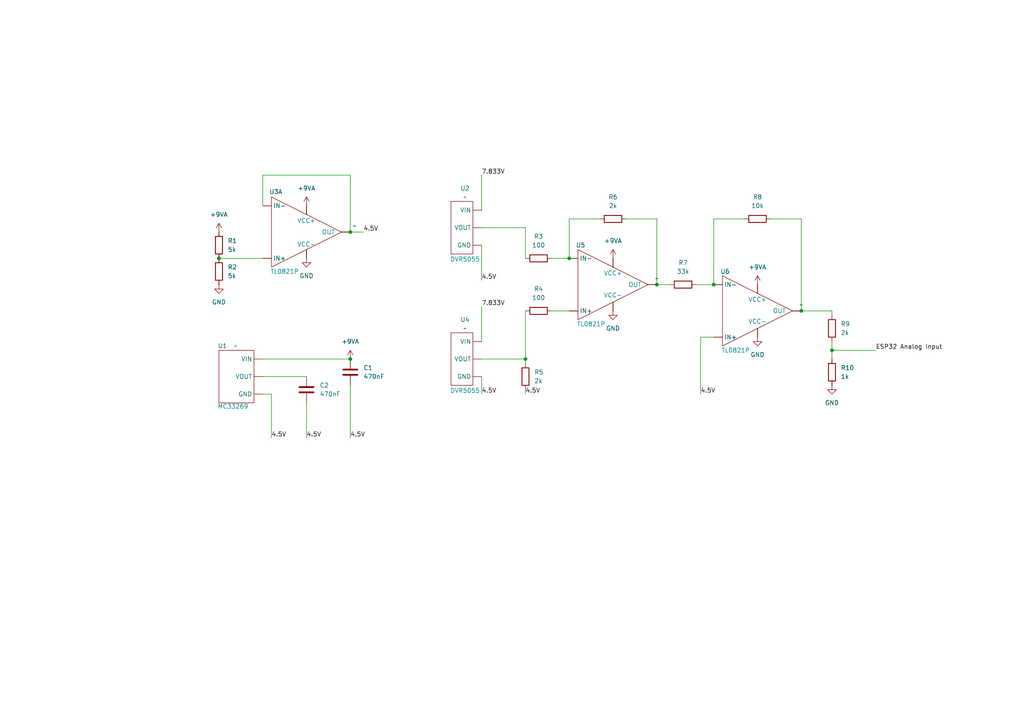
<source format=kicad_sch>
(kicad_sch (version 20231120) (generator "eeschema") (generator_version "8.0")
  (paper "A4")
  (title_block (title "Hall Effect Circuit") (date "2025-07-04") (rev "1"))
  (lib_symbols
    (symbol "DVR5055_1"
      (property "Reference" "U" (at -3.302 8.636 0))
      (symbol "DVR5055_1_0_1"
        (rectangle (start -3.81 7.62) (end 2.54 -7.62))
      )
      (symbol "DVR5055_1_1_1"
        (text "DVR5055" (at 0.254 -9.144 0) (effects (font (size 1.27 1.27))))
        (pin input line (at 5.08 -5.08 180) (length 2.54) (name "GND") (number ""))
        (pin input line (at 5.08 5.08 180) (length 2.54) (name "VIN") (number ""))
        (pin output line (at 5.08 0 180) (length 2.54) (name "VOUT") (number ""))
      )
    )
    (symbol "Device:C" (pin_numbers hide) (pin_names (offset 0.254))
      (property "Reference" "C" (at 0.635 2.54 0))
      (property "Value" "C" (at 0.635 -2.54 0))
      (symbol "C_0_1"
        (polyline (pts (xy -2.032 -0.762) (xy 2.032 -0.762)) (stroke (width 0.508)))
        (polyline (pts (xy -2.032 0.762) (xy 2.032 0.762)) (stroke (width 0.508)))
      )
      (symbol "C_1_1"
        (pin passive line (at 0 3.81 270) (length 2.794) (name "~") (number "1"))
        (pin passive line (at 0 -3.81 90) (length 2.794) (name "~") (number "2"))
      )
    )
    (symbol "Device:R" (pin_numbers hide) (pin_names (offset 0))
      (property "Reference" "R" (at 2.032 0 90))
      (property "Value" "R" (at 0 0 90))
      (symbol "R_0_1"
        (rectangle (start -1.016 -2.54) (end 1.016 2.54) (stroke (width 0.254)))
      )
      (symbol "R_1_1"
        (pin passive line (at 0 3.81 270) (length 1.27) (name "~") (number "1"))
        (pin passive line (at 0 -3.81 90) (length 1.27) (name "~") (number "2"))
      )
    )
    (symbol "Lab_Devices:MC33269"
      (property "Reference" "U" (at -2.54 0 0))
      (symbol "MC33269_0_1"
        (rectangle (start -5.08 7.62) (end 5.08 -7.62))
      )
      (symbol "MC33269_1_1"
        (text "MC33269" (at -1.016 -8.636 0) (effects (font (size 1.27 1.27))))
        (pin input line (at 7.62 -5.08 180) (length 2.54) (name "GND") (number ""))
        (pin input line (at 7.62 5.08 180) (length 2.54) (name "VIN") (number ""))
        (pin output line (at 7.62 0 180) (length 2.54) (name "VOUT") (number ""))
      )
    )
    (symbol "Lab_Devices:TL0821P"
      (property "Reference" "U" (at -8.89 0 0))
      (symbol "TL0821P_0_1"
        (polyline (pts (xy -10.16 10.16) (xy 10.16 0) (xy -10.16 -10.16) (xy -10.16 10.16)))
        (text "OUT" (at 6.35 0 0) (effects (font (size 1.27 1.27))))
        (text "TL0821P" (at -6.35 -11.43 0) (effects (font (size 1.27 1.27))))
        (text "VCC+" (at 0 3.302 0) (effects (font (size 1.27 1.27))))
        (text "VCC-" (at 0 -3.048 0) (effects (font (size 1.27 1.27))))
      )
      (symbol "TL0821P_1_1"
        (pin input line (at 0 -7.62 90) (length 2.54) (name "") (number ""))
        (pin input line (at 0 7.62 270) (length 2.54) (name "") (number ""))
        (pin output line (at 12.7 0 180) (length 2.54) (name "") (number ""))
        (pin input line (at -12.7 -7.62 0) (length 2.54) (name "IN+") (number ""))
        (pin input line (at -12.7 7.62 0) (length 2.54) (name "IN-") (number ""))
      )
    )
    (symbol "TL0821P_1"
      (property "Reference" "U" (at -8.89 0 0))
      (symbol "TL0821P_1_0_1"
        (polyline (pts (xy -10.16 10.16) (xy 10.16 0) (xy -10.16 -10.16) (xy -10.16 10.16)))
        (text "OUT" (at 6.35 0 0) (effects (font (size 1.27 1.27))))
        (text "TL0821P" (at -6.35 -11.43 0) (effects (font (size 1.27 1.27))))
        (text "VCC+" (at 0 3.302 0) (effects (font (size 1.27 1.27))))
        (text "VCC-" (at 0 -3.556 0) (effects (font (size 1.27 1.27))))
      )
      (symbol "TL0821P_1_1_1"
        (pin input line (at 0 -7.62 90) (length 2.54) (name "") (number ""))
        (pin input line (at 0 7.62 270) (length 2.54) (name "") (number ""))
        (pin output line (at 12.7 0 180) (length 2.54) (name "") (number ""))
        (pin input line (at -12.7 -7.62 0) (length 2.54) (name "IN+") (number ""))
        (pin input line (at -12.7 7.62 0) (length 2.54) (name "IN-") (number ""))
      )
      (symbol "TL0821P_1_2_1"
        (pin output line (at 12.7 0 180) (length 2.54) (name "") (number "-UB"))
        (pin input line (at -12.7 -7.62 0) (length 2.54) (name "IN+") (number "1-UB"))
        (pin input line (at 0 -7.62 90) (length 2.54) (name "") (number "4-UB"))
        (pin input line (at 0 7.62 270) (length 2.54) (name "") (number "8-UB"))
      )
    )
    (symbol "power:+9VA" (power) (pin_numbers hide) (pin_names (offset 0) hide)
      (property "Value" "+9VA" (at 0 3.556 0))
      (symbol "+9VA_0_1"
        (polyline (pts (xy -0.762 1.27) (xy 0 2.54)))
        (polyline (pts (xy 0 0) (xy 0 2.54)))
        (polyline (pts (xy 0 2.54) (xy 0.762 1.27)))
      )
      (symbol "+9VA_1_1"
        (pin power_in line (at 0 0 90) (length 0) (name "~") (number "1"))
      )
    )
    (symbol "power:GND" (power) (pin_numbers hide) (pin_names (offset 0) hide)
      (property "Value" "GND" (at 0 -3.81 0))
      (symbol "GND_0_1"
        (polyline (pts (xy 0 0) (xy 0 -1.27) (xy 1.27 -1.27) (xy 0 -2.54) (xy -1.27 -1.27) (xy 0 -1.27)))
      )
      (symbol "GND_1_1"
        (pin power_in line (at 0 0 270) (length 0) (name "~") (number "1"))
      )
    )
  )
  (junction (at 207.01 82.55))
  (junction (at 241.3 101.6))
  (junction (at 152.4 104.14))
  (junction (at 190.5 82.55))
  (junction (at 232.41 90.17))
  (junction (at 101.6 104.14))
  (junction (at 165.1 74.93))
  (junction (at 101.6 67.31))
  (junction (at 63.5 74.93))
  (wire (pts (xy 101.6 50.8) (xy 101.6 67.31)))
  (wire (pts (xy 88.9 116.84) (xy 88.9 127)))
  (wire (pts (xy 139.7 71.12) (xy 139.7 81.28)))
  (wire (pts (xy 101.6 111.76) (xy 101.6 127)))
  (wire (pts (xy 190.5 82.55) (xy 194.31 82.55)))
  (wire (pts (xy 152.4 104.14) (xy 152.4 90.17)))
  (wire (pts (xy 78.74 114.3) (xy 78.74 127)))
  (wire (pts (xy 223.52 63.5) (xy 232.41 63.5)))
  (wire (pts (xy 181.61 63.5) (xy 190.5 63.5)))
  (wire (pts (xy 76.2 59.69) (xy 76.2 50.8)))
  (wire (pts (xy 241.3 90.17) (xy 241.3 91.44)))
  (wire (pts (xy 76.2 104.14) (xy 101.6 104.14)))
  (wire (pts (xy 241.3 101.6) (xy 254 101.6)))
  (wire (pts (xy 139.7 109.22) (xy 139.7 114.3)))
  (wire (pts (xy 139.7 88.9) (xy 139.7 99.06)))
  (wire (pts (xy 165.1 63.5) (xy 173.99 63.5)))
  (wire (pts (xy 203.2 97.79) (xy 207.01 97.79)))
  (wire (pts (xy 152.4 66.04) (xy 152.4 74.93)))
  (wire (pts (xy 165.1 74.93) (xy 165.1 63.5)))
  (wire (pts (xy 63.5 74.93) (xy 76.2 74.93)))
  (wire (pts (xy 160.02 74.93) (xy 165.1 74.93)))
  (wire (pts (xy 139.7 50.8) (xy 139.7 60.96)))
  (wire (pts (xy 190.5 63.5) (xy 190.5 82.55)))
  (wire (pts (xy 76.2 50.8) (xy 101.6 50.8)))
  (wire (pts (xy 139.7 104.14) (xy 152.4 104.14)))
  (wire (pts (xy 101.6 67.31) (xy 105.41 67.31)))
  (wire (pts (xy 152.4 113.03) (xy 152.4 114.3)))
  (wire (pts (xy 152.4 104.14) (xy 152.4 105.41)))
  (wire (pts (xy 139.7 66.04) (xy 152.4 66.04)))
  (wire (pts (xy 241.3 101.6) (xy 241.3 104.14)))
  (wire (pts (xy 241.3 99.06) (xy 241.3 101.6)))
  (wire (pts (xy 232.41 90.17) (xy 241.3 90.17)))
  (wire (pts (xy 207.01 82.55) (xy 207.01 63.5)))
  (wire (pts (xy 160.02 90.17) (xy 165.1 90.17)))
  (wire (pts (xy 232.41 63.5) (xy 232.41 90.17)))
  (wire (pts (xy 203.2 114.3) (xy 203.2 97.79)))
  (wire (pts (xy 76.2 114.3) (xy 78.74 114.3)))
  (wire (pts (xy 207.01 63.5) (xy 215.9 63.5)))
  (wire (pts (xy 76.2 109.22) (xy 88.9 109.22)))
  (wire (pts (xy 201.93 82.55) (xy 207.01 82.55)))
  (label "7.833V" (at 139.7 88.9 0))
  (label "4.5V" (at 139.7 81.28 0))
  (label "4.5V" (at 152.4 114.3 0))
  (label "7.833V" (at 139.7 50.8 0))
  (label "4.5V" (at 139.7 114.3 0))
  (label "4.5V" (at 105.41 67.31 0))
  (label "4.5V" (at 88.9 127 0))
  (label "4.5V" (at 203.2 114.3 0))
  (label "ESP32 Analog Input" (at 254 101.6 0))
  (label "4.5V" (at 101.6 127 0))
  (label "4.5V" (at 78.74 127 0))
  (symbol (lib_id "power:+9VA") (at 88.9 59.69 0) (unit 1)
    (property "Reference" "#PWR03" (effects (hide yes)))
    (property "Value" "+9VA" (at 88.9 54.61 0))
    (property "Description" "Power symbol creates a global label with name \"+9VA\"" (effects (hide yes)))
  )
  (symbol (lib_id "Device:R") (at 241.3 107.95 180) (unit 1)
    (property "Reference" "R10" (at 243.84 106.6799 0) (effects (justify right)))
    (property "Value" "1k" (at 243.84 109.2199 0) (effects (justify right)))
    (property "Description" "Resistor" (effects (hide yes)))
  )
  (symbol (lib_id "power:GND") (at 177.8 90.17 0) (unit 1)
    (property "Reference" "#PWR07" (effects (hide yes)))
    (property "Value" "GND" (at 177.8 95.25 0))
    (property "Description" "Power symbol creates a global label with name \"GND\" , ground" (effects (hide yes)))
  )
  (symbol (lib_id "Device:C") (at 88.9 113.03 0) (unit 1)
    (property "Reference" "C2" (at 92.71 111.7599 0) (effects (justify left)))
    (property "Value" "470nF" (at 92.71 114.2999 0) (effects (justify left)))
    (property "Description" "Unpolarized capacitor" (effects (hide yes)))
  )
  (symbol (lib_id "Device:R") (at 156.21 90.17 90) (unit 1)
    (property "Reference" "R4" (at 156.21 83.82 90))
    (property "Value" "100" (at 156.21 86.36 90))
    (property "Description" "Resistor" (effects (hide yes)))
  )
  (symbol (lib_id "power:GND") (at 219.71 97.79 0) (unit 1)
    (property "Reference" "#PWR09" (effects (hide yes)))
    (property "Value" "GND" (at 219.71 102.87 0))
    (property "Description" "Power symbol creates a global label with name \"GND\" , ground" (effects (hide yes)))
  )
  (symbol (lib_id "Device:R") (at 198.12 82.55 90) (unit 1)
    (property "Reference" "R7" (at 198.12 76.2 90))
    (property "Value" "33k" (at 198.12 78.74 90))
    (property "Description" "Resistor" (effects (hide yes)))
  )
  (symbol (lib_id "Device:R") (at 241.3 95.25 180) (unit 1)
    (property "Reference" "R9" (at 243.84 93.9799 0) (effects (justify right)))
    (property "Value" "2k" (at 243.84 96.5199 0) (effects (justify right)))
    (property "Description" "Resistor" (effects (hide yes)))
  )
  (symbol (lib_id "Device:R") (at 177.8 63.5 90) (unit 1)
    (property "Reference" "R6" (at 177.8 57.15 90))
    (property "Value" "2k" (at 177.8 59.69 90))
    (property "Description" "Resistor" (effects (hide yes)))
  )
  (symbol (lib_id "Device:R") (at 63.5 78.74 0) (unit 1)
    (property "Reference" "R2" (at 66.04 77.4699 0) (effects (justify left)))
    (property "Value" "5k" (at 66.04 80.0099 0) (effects (justify left)))
    (property "Description" "Resistor" (effects (hide yes)))
  )
  (symbol (lib_id "power:+9VA") (at 177.8 74.93 0) (unit 1)
    (property "Reference" "#PWR06" (effects (hide yes)))
    (property "Value" "+9VA" (at 177.8 69.85 0))
    (property "Description" "Power symbol creates a global label with name \"+9VA\"" (effects (hide yes)))
  )
  (symbol (lib_id "Device:R") (at 156.21 74.93 90) (unit 1)
    (property "Reference" "R3" (at 156.21 68.58 90))
    (property "Value" "100" (at 156.21 71.12 90))
    (property "Description" "Resistor" (effects (hide yes)))
  )
  (symbol (lib_name "Lab_Devices:TL0821P") (lib_id "Lab_Devices:TL0821P") (at 177.8 82.55 0) (unit 1)
    (property "Reference" "U5" (at 168.402 71.12 0))
    (property "Value" "~" (at 190.5 80.7719 0))
  )
  (symbol (lib_id "Device:R") (at 219.71 63.5 90) (unit 1)
    (property "Reference" "R8" (at 219.71 57.15 90))
    (property "Value" "10k" (at 219.71 59.69 90))
    (property "Description" "Resistor" (effects (hide yes)))
  )
  (symbol (lib_id "power:+9VA") (at 219.71 82.55 0) (unit 1)
    (property "Reference" "#PWR08" (effects (hide yes)))
    (property "Value" "+9VA" (at 219.71 77.47 0))
    (property "Description" "Power symbol creates a global label with name \"+9VA\"" (effects (hide yes)))
  )
  (symbol (lib_id "Device:R") (at 152.4 109.22 180) (unit 1)
    (property "Reference" "R5" (at 154.94 107.9499 0) (effects (justify right)))
    (property "Value" "2k" (at 154.94 110.4899 0) (effects (justify right)))
    (property "Description" "Resistor" (effects (hide yes)))
  )
  (symbol (lib_id "power:+9VA") (at 63.5 67.31 0) (unit 1)
    (property "Reference" "#PWR01" (effects (hide yes)))
    (property "Value" "+9VA" (at 63.5 62.23 0))
    (property "Description" "Power symbol creates a global label with name \"+9VA\"" (effects (hide yes)))
  )
  (symbol (lib_name "Lab_Devices:TL0821P") (lib_id "Lab_Devices:TL0821P") (at 219.71 90.17 0) (unit 1)
    (property "Reference" "U6" (at 210.312 78.74 0))
    (property "Value" "~" (at 232.41 88.3919 0))
  )
  (symbol (lib_id "Device:R") (at 63.5 71.12 0) (unit 1)
    (property "Reference" "R1" (at 66.04 69.8499 0) (effects (justify left)))
    (property "Value" "5k" (at 66.04 72.3899 0) (effects (justify left)))
    (property "Description" "Resistor" (effects (hide yes)))
  )
  (symbol (lib_id "power:+9VA") (at 101.6 104.14 0) (unit 1)
    (property "Reference" "#PWR05" (effects (hide yes)))
    (property "Value" "+9VA" (at 101.6 99.06 0))
    (property "Description" "Power symbol creates a global label with name \"+9VA\"" (effects (hide yes)))
  )
  (symbol (lib_id "Lab_Devices:MC33269") (at 68.58 109.22 0) (unit 1)
    (property "Reference" "U1" (at 64.516 100.33 0))
    (property "Value" "~" (at 68.3642 100.33 0))
  )
  (symbol (lib_id "Device:C") (at 101.6 107.95 0) (unit 1)
    (property "Reference" "C1" (at 105.41 106.6799 0) (effects (justify left)))
    (property "Value" "470nF" (at 105.41 109.2199 0) (effects (justify left)))
    (property "Description" "Unpolarized capacitor" (effects (hide yes)))
  )
  (symbol (lib_id "power:GND") (at 88.9 74.93 0) (unit 1)
    (property "Reference" "#PWR04" (effects (hide yes)))
    (property "Value" "GND" (at 88.9 80.01 0))
    (property "Description" "Power symbol creates a global label with name \"GND\" , ground" (effects (hide yes)))
  )
  (symbol (lib_id "power:GND") (at 241.3 111.76 0) (unit 1)
    (property "Reference" "#PWR010" (effects (hide yes)))
    (property "Value" "GND" (at 241.3 116.84 0))
    (property "Description" "Power symbol creates a global label with name \"GND\" , ground" (effects (hide yes)))
  )
  (symbol (lib_name "TL0821P_1") (lib_id "Lab_Devices:TL0821P") (at 88.9 67.31 0) (unit 1)
    (property "Reference" "U3" (at 80.01 55.626 0))
    (property "Value" "~" (at 102.87 65.5319 0))
  )
  (symbol (lib_name "DVR5055_1") (lib_id "Lab_Devices:DVR5055") (at 134.62 66.04 0) (unit 1)
    (property "Reference" "U2" (at 134.874 54.61 0))
    (property "Value" "~" (at 134.874 57.15 0))
  )
  (symbol (lib_id "power:GND") (at 63.5 82.55 0) (unit 1)
    (property "Reference" "#PWR02" (effects (hide yes)))
    (property "Value" "GND" (at 63.5 87.63 0))
    (property "Description" "Power symbol creates a global label with name \"GND\" , ground" (effects (hide yes)))
  )
  (symbol (lib_name "DVR5055_1") (lib_id "Lab_Devices:DVR5055") (at 134.62 104.14 0) (unit 1)
    (property "Reference" "U4" (at 134.874 92.71 0))
    (property "Value" "~" (at 134.874 95.25 0))
  )
)
</source>
